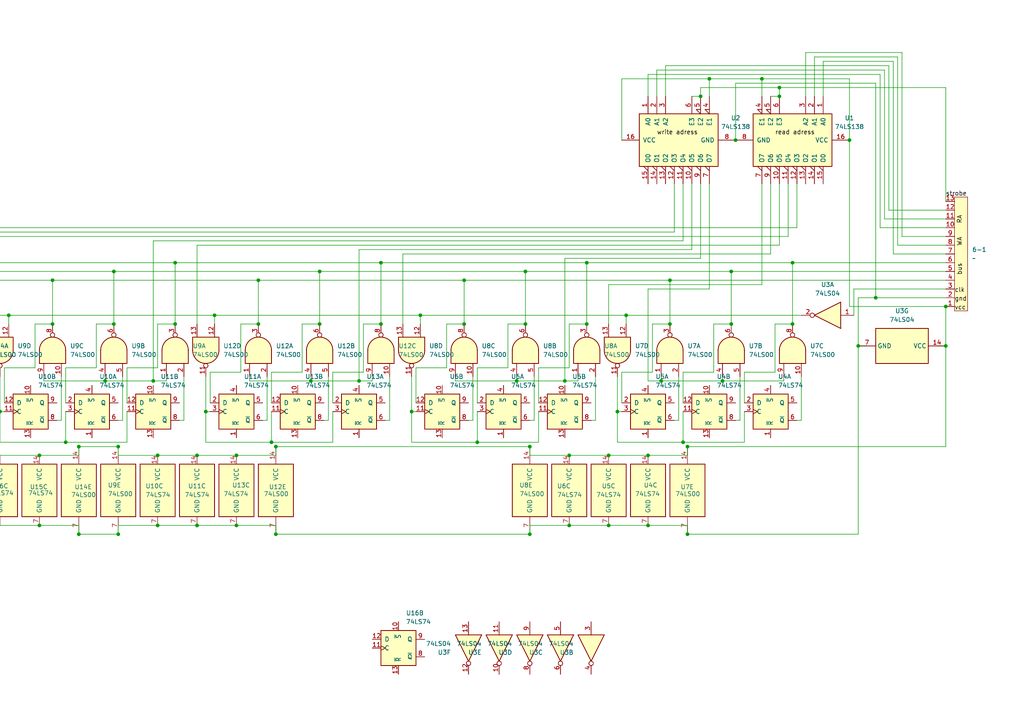
<source format=kicad_sch>
(kicad_sch (version 20250114) (generator "eeschema") (generator_version "9.0")
  (paper "A4")
  (lib_symbols
    (symbol "74xx:74LS00" (pin_names (offset 1.016))
      (property "Reference" "U" (at 0 1.27 0))
      (property "Value" "74LS00" (at 0 -1.27 0))
      (symbol "74LS00_1_1"
        (pin input line (at -7.62 2.54 0) (length 3.81) (name "~") (number "1"))
        (pin input line (at -7.62 -2.54 0) (length 3.81) (name "~") (number "2"))
        (pin output inverted (at 7.62 0 180) (length 3.81) (name "~") (number "3"))
      )
      (symbol "74LS00_1_2"
        (pin input inverted (at -7.62 2.54 0) (length 4.318) (name "~") (number "1"))
        (pin input inverted (at -7.62 -2.54 0) (length 4.318) (name "~") (number "2"))
        (pin output line (at 7.62 0 180) (length 3.81) (name "~") (number "3"))
      )
      (symbol "74LS00_2_1"
        (pin input line (at -7.62 2.54 0) (length 3.81) (name "~") (number "4"))
        (pin input line (at -7.62 -2.54 0) (length 3.81) (name "~") (number "5"))
        (pin output inverted (at 7.62 0 180) (length 3.81) (name "~") (number "6"))
      )
      (symbol "74LS00_2_2"
        (pin input inverted (at -7.62 2.54 0) (length 4.318) (name "~") (number "4"))
        (pin input inverted (at -7.62 -2.54 0) (length 4.318) (name "~") (number "5"))
        (pin output line (at 7.62 0 180) (length 3.81) (name "~") (number "6"))
      )
      (symbol "74LS00_3_1"
        (pin input line (at -7.62 2.54 0) (length 3.81) (name "~") (number "9"))
        (pin input line (at -7.62 -2.54 0) (length 3.81) (name "~") (number "10"))
        (pin output inverted (at 7.62 0 180) (length 3.81) (name "~") (number "8"))
      )
      (symbol "74LS00_3_2"
        (pin input inverted (at -7.62 2.54 0) (length 4.318) (name "~") (number "9"))
        (pin input inverted (at -7.62 -2.54 0) (length 4.318) (name "~") (number "10"))
        (pin output line (at 7.62 0 180) (length 3.81) (name "~") (number "8"))
      )
      (symbol "74LS00_4_1"
        (pin input line (at -7.62 2.54 0) (length 3.81) (name "~") (number "12"))
        (pin input line (at -7.62 -2.54 0) (length 3.81) (name "~") (number "13"))
        (pin output inverted (at 7.62 0 180) (length 3.81) (name "~") (number "11"))
      )
      (symbol "74LS00_4_2"
        (pin input inverted (at -7.62 2.54 0) (length 4.318) (name "~") (number "12"))
        (pin input inverted (at -7.62 -2.54 0) (length 4.318) (name "~") (number "13"))
        (pin output line (at 7.62 0 180) (length 3.81) (name "~") (number "11"))
      )
      (symbol "74LS00_5_0"
        (pin power_in line (at 0 12.7 270) (length 5.08) (name "VCC") (number "14"))
        (pin power_in line (at 0 -12.7 90) (length 5.08) (name "GND") (number "7"))
      )
    )
    (symbol "74xx:74LS04"
      (property "Reference" "U" (at 0 1.27 0))
      (property "Value" "74LS04" (at 0 -1.27 0))
      (symbol "74LS04_1_0"
        (pin input line (at -7.62 0 0) (length 3.81) (name "~") (number "1"))
        (pin output inverted (at 7.62 0 180) (length 3.81) (name "~") (number "2"))
      )
      (symbol "74LS04_2_0"
        (pin input line (at -7.62 0 0) (length 3.81) (name "~") (number "3"))
        (pin output inverted (at 7.62 0 180) (length 3.81) (name "~") (number "4"))
      )
      (symbol "74LS04_3_0"
        (pin input line (at -7.62 0 0) (length 3.81) (name "~") (number "5"))
        (pin output inverted (at 7.62 0 180) (length 3.81) (name "~") (number "6"))
      )
      (symbol "74LS04_4_0"
        (pin input line (at -7.62 0 0) (length 3.81) (name "~") (number "9"))
        (pin output inverted (at 7.62 0 180) (length 3.81) (name "~") (number "8"))
      )
      (symbol "74LS04_5_0"
        (pin input line (at -7.62 0 0) (length 3.81) (name "~") (number "11"))
        (pin output inverted (at 7.62 0 180) (length 3.81) (name "~") (number "10"))
      )
      (symbol "74LS04_6_0"
        (pin input line (at -7.62 0 0) (length 3.81) (name "~") (number "13"))
        (pin output inverted (at 7.62 0 180) (length 3.81) (name "~") (number "12"))
      )
      (symbol "74LS04_7_0"
        (pin power_in line (at 0 12.7 270) (length 5.08) (name "VCC") (number "14"))
        (pin power_in line (at 0 -12.7 90) (length 5.08) (name "GND") (number "7"))
      )
    )
    (symbol "74xx:74LS138" (pin_names (offset 1.016))
      (property "Reference" "U" (at -7.62 11.43 0))
      (property "Value" "74LS138" (at -7.62 -13.97 0))
      (symbol "74LS138_1_0"
        (pin input line (at -12.7 7.62 0) (length 5.08) (name "A0") (number "1"))
        (pin input line (at -12.7 5.08 0) (length 5.08) (name "A1") (number "2"))
        (pin input line (at -12.7 2.54 0) (length 5.08) (name "A2") (number "3"))
        (pin input line (at -12.7 -5.08 0) (length 5.08) (name "E3") (number "6"))
        (pin input input_low (at -12.7 -7.62 0) (length 5.08) (name "E2") (number "5"))
        (pin input input_low (at -12.7 -10.16 0) (length 5.08) (name "E1") (number "4"))
        (pin power_in line (at 0 15.24 270) (length 5.08) (name "VCC") (number "16"))
        (pin power_in line (at 0 -17.78 90) (length 5.08) (name "GND") (number "8"))
        (pin output output_low (at 12.7 7.62 180) (length 5.08) (name "O0") (number "15"))
        (pin output output_low (at 12.7 5.08 180) (length 5.08) (name "O1") (number "14"))
        (pin output output_low (at 12.7 2.54 180) (length 5.08) (name "O2") (number "13"))
        (pin output output_low (at 12.7 0 180) (length 5.08) (name "O3") (number "12"))
        (pin output output_low (at 12.7 -2.54 180) (length 5.08) (name "O4") (number "11"))
        (pin output output_low (at 12.7 -5.08 180) (length 5.08) (name "O5") (number "10"))
        (pin output output_low (at 12.7 -7.62 180) (length 5.08) (name "O6") (number "9"))
        (pin output output_low (at 12.7 -10.16 180) (length 5.08) (name "O7") (number "7"))
      )
    )
    (symbol "74xx:74LS74" (pin_names (offset 1.016))
      (property "Reference" "U" (at -7.62 8.89 0))
      (property "Value" "74LS74" (at -7.62 -8.89 0))
      (symbol "74LS74_1_0"
        (pin input line (at -7.62 2.54 0) (length 2.54) (name "D") (number "2"))
        (pin input clock (at -7.62 0 0) (length 2.54) (name "C") (number "3"))
        (pin input line (at 0 7.62 270) (length 2.54) (name "~{S}") (number "4"))
        (pin input line (at 0 -7.62 90) (length 2.54) (name "~{R}") (number "1"))
        (pin output line (at 7.62 2.54 180) (length 2.54) (name "Q") (number "5"))
        (pin output line (at 7.62 -2.54 180) (length 2.54) (name "~{Q}") (number "6"))
      )
      (symbol "74LS74_2_0"
        (pin input line (at -7.62 2.54 0) (length 2.54) (name "D") (number "12"))
        (pin input clock (at -7.62 0 0) (length 2.54) (name "C") (number "11"))
        (pin input line (at 0 7.62 270) (length 2.54) (name "~{S}") (number "10"))
        (pin input line (at 0 -7.62 90) (length 2.54) (name "~{R}") (number "13"))
        (pin output line (at 7.62 2.54 180) (length 2.54) (name "Q") (number "9"))
        (pin output line (at 7.62 -2.54 180) (length 2.54) (name "~{Q}") (number "8"))
      )
      (symbol "74LS74_3_0"
        (pin power_in line (at 0 10.16 270) (length 2.54) (name "VCC") (number "14"))
        (pin power_in line (at 0 -10.16 90) (length 2.54) (name "GND") (number "7"))
      )
    )
    (symbol "PotatoComputerV1:6-7Connector"
      (property "Reference" "6-7" (at 4.572 13.208 90))
      (symbol "6-7Connector_0_0"
        (pin unspecified line (at 0 25.4 0) (length 2.54) (name "") (number "11"))
        (pin unspecified line (at 0 22.86 0) (length 2.54) (name "") (number "10"))
        (pin unspecified line (at 0 20.32 0) (length 2.54) (name "") (number "9"))
        (pin unspecified line (at 0 17.78 0) (length 2.54) (name "") (number "8"))
        (pin unspecified line (at 0 15.24 0) (length 2.54) (name "") (number "7"))
        (pin unspecified line (at 0 12.7 0) (length 2.54) (name "") (number "6"))
        (pin unspecified line (at 0 10.16 0) (length 2.54) (name "") (number "5"))
        (pin unspecified line (at 0 7.62 0) (length 2.54) (name "") (number "4"))
        (pin unspecified line (at 0 5.08 0) (length 2.54) (name "") (number "3"))
        (pin unspecified line (at 0 2.54 0) (length 2.54) (name "") (number "2"))
      )
      (symbol "6-7Connector_1_0"
        (pin unspecified line (at 0 30.48 0) (length 2.54) (name "") (number "13"))
        (pin unspecified line (at 0 27.94 0) (length 2.54) (name "") (number "12"))
        (pin unspecified line (at 0 0 0) (length 2.54) (name "") (number "1"))
      )
    )
  )
  (junction (at 92.71 78.74))
  (junction (at 110.49 93.98))
  (junction (at 74.93 81.28))
  (junction (at 110.49 76.2))
  (junction (at 92.71 93.98))
  (junction (at 90.17 110.49))
  (junction (at 119.38 119.38))
  (junction (at 194.31 93.98))
  (junction (at 15.24 81.28))
  (junction (at 45.72 132.08))
  (junction (at 274.32 100.33))
  (junction (at 212.09 78.74))
  (junction (at 226.06 27.94))
  (junction (at 194.31 81.28))
  (junction (at 33.02 78.74))
  (junction (at 50.8 76.2))
  (junction (at 0 119.38))
  (junction (at 34.29 129.54))
  (junction (at 30.48 110.49))
  (junction (at 229.87 93.98))
  (junction (at 22.86 129.54))
  (junction (at 34.29 154.94))
  (junction (at 152.4 78.74))
  (junction (at 57.15 132.08))
  (junction (at -44.45 93.98))
  (junction (at 226.06 25.4))
  (junction (at 191.77 110.49))
  (junction (at 187.96 132.08))
  (junction (at 176.53 132.08))
  (junction (at 212.09 93.98))
  (junction (at 11.43 152.4))
  (junction (at -8.89 93.98))
  (junction (at 57.15 152.4))
  (junction (at 199.39 154.94))
  (junction (at 78.74 128.27))
  (junction (at 246.38 40.64))
  (junction (at 179.07 119.38))
  (junction (at 45.72 152.4))
  (junction (at 153.67 154.94))
  (junction (at 165.1 152.4))
  (junction (at -40.64 128.27))
  (junction (at 153.67 129.54))
  (junction (at 33.02 93.98))
  (junction (at 170.18 93.98))
  (junction (at -15.24 110.49))
  (junction (at 59.69 119.38))
  (junction (at 229.87 76.2))
  (junction (at 213.36 40.64))
  (junction (at 68.58 152.4))
  (junction (at 163.83 110.49))
  (junction (at 121.92 91.44))
  (junction (at 149.86 110.49))
  (junction (at 176.53 152.4))
  (junction (at 203.2 27.94))
  (junction (at 187.96 152.4))
  (junction (at 134.62 81.28))
  (junction (at 198.12 128.27))
  (junction (at 104.14 110.49))
  (junction (at 44.45 110.49))
  (junction (at 15.24 93.98))
  (junction (at 19.05 128.27))
  (junction (at 134.62 93.98))
  (junction (at 62.23 91.44))
  (junction (at 209.55 110.49))
  (junction (at 220.98 22.86))
  (junction (at -26.67 93.98))
  (junction (at 152.4 93.98))
  (junction (at 248.92 100.33))
  (junction (at 170.18 76.2))
  (junction (at 181.61 91.44))
  (junction (at 165.1 132.08))
  (junction (at 22.86 154.94))
  (junction (at 68.58 132.08))
  (junction (at 2.54 91.44))
  (junction (at -29.21 110.49))
  (junction (at -59.69 119.38))
  (junction (at 199.39 129.54))
  (junction (at 50.8 93.98))
  (junction (at 11.43 132.08))
  (junction (at 254 86.36))
  (junction (at 74.93 93.98))
  (junction (at 274.32 88.9))
  (junction (at 205.74 22.86))
  (junction (at 80.01 129.54))
  (junction (at 138.43 128.27))
  (junction (at 80.01 154.94))
  (wire (pts (xy 116.84 93.98) (xy 116.84 73.66)))
  (wire (pts (xy 0 132.08) (xy 11.43 132.08)))
  (wire (pts (xy 199.39 152.4) (xy 187.96 152.4)))
  (wire (pts (xy 194.31 81.28) (xy 134.62 81.28)))
  (wire (pts (xy 274.32 68.58) (xy 261.62 68.58)))
  (wire (pts (xy 17.78 121.92) (xy 17.78 109.22)))
  (wire (pts (xy 45.72 152.4) (xy 34.29 152.4)))
  (wire (pts (xy 96.52 119.38) (xy 96.52 128.27)))
  (wire (pts (xy 274.32 100.33) (xy 274.32 129.54)))
  (wire (pts (xy 165.1 132.08) (xy 153.67 132.08)))
  (wire (pts (xy 274.32 88.9) (xy 274.32 100.33)))
  (wire (pts (xy 10.16 93.98) (xy 15.24 93.98)))
  (wire (pts (xy 129.54 93.98) (xy 134.62 93.98)))
  (wire (pts (xy 215.9 107.95) (xy 215.9 116.84)))
  (wire (pts (xy 110.49 76.2) (xy 110.49 93.98)))
  (wire (pts (xy 231.14 121.92) (xy 232.41 121.92)))
  (wire (pts (xy 274.32 86.36) (xy 254 86.36)))
  (wire (pts (xy 152.4 78.74) (xy 152.4 93.98)))
  (wire (pts (xy 2.54 91.44) (xy -57.15 91.44)))
  (wire (pts (xy 2.54 91.44) (xy 2.54 93.98)))
  (wire (pts (xy 134.62 81.28) (xy 134.62 93.98)))
  (wire (pts (xy 195.58 121.92) (xy 196.85 121.92)))
  (wire (pts (xy -41.91 109.22) (xy -41.91 121.92)))
  (wire (pts (xy 22.86 129.54) (xy 34.29 129.54)))
  (wire (pts (xy 72.39 109.22) (xy 72.39 110.49)))
  (wire (pts (xy -2.54 68.58) (xy -2.54 93.98)))
  (wire (pts (xy 22.86 152.4) (xy 11.43 152.4)))
  (wire (pts (xy 180.34 22.86) (xy 205.74 22.86)))
  (wire (pts (xy 59.69 109.22) (xy 59.69 119.38)))
  (wire (pts (xy 165.1 132.08) (xy 176.53 132.08)))
  (wire (pts (xy 129.54 106.68) (xy 129.54 93.98)))
  (wire (pts (xy 171.45 121.92) (xy 172.72 121.92)))
  (wire (pts (xy 176.53 132.08) (xy 187.96 132.08)))
  (wire (pts (xy 1.27 106.68) (xy 10.16 106.68)))
  (wire (pts (xy 0 119.38) (xy 0 128.27)))
  (wire (pts (xy 77.47 121.92) (xy 77.47 109.22)))
  (wire (pts (xy 191.77 110.49) (xy 209.55 110.49)))
  (wire (pts (xy 78.74 128.27) (xy 78.74 119.38)))
  (wire (pts (xy 165.1 93.98) (xy 170.18 93.98)))
  (wire (pts (xy 170.18 76.2) (xy 229.87 76.2)))
  (wire (pts (xy 50.8 76.2) (xy 50.8 93.98)))
  (wire (pts (xy 232.41 121.92) (xy 232.41 109.22)))
  (wire (pts (xy 247.65 83.82) (xy 247.65 91.44)))
  (wire (pts (xy 154.94 121.92) (xy 154.94 109.22)))
  (wire (pts (xy 261.62 68.58) (xy 261.62 15.24)))
  (wire (pts (xy 0 109.22) (xy 0 119.38)))
  (wire (pts (xy 33.02 78.74) (xy 33.02 93.98)))
  (wire (pts (xy 176.53 93.98) (xy 176.53 82.55)))
  (wire (pts (xy 34.29 121.92) (xy 35.56 121.92)))
  (wire (pts (xy 111.76 121.92) (xy 113.03 121.92)))
  (wire (pts (xy 149.86 110.49) (xy 163.83 110.49)))
  (wire (pts (xy 59.69 128.27) (xy 78.74 128.27)))
  (wire (pts (xy 274.32 60.96) (xy 257.81 60.96)))
  (wire (pts (xy 220.98 22.86) (xy 246.38 22.86)))
  (wire (pts (xy 0 119.38) (xy 1.27 119.38)))
  (wire (pts (xy -62.23 66.04) (xy -62.23 93.98)))
  (wire (pts (xy 34.29 132.08) (xy 34.29 129.54)))
  (wire (pts (xy 132.08 110.49) (xy 149.86 110.49)))
  (wire (pts (xy 213.36 24.13) (xy 213.36 40.64)))
  (wire (pts (xy 199.39 129.54) (xy 199.39 132.08)))
  (wire (pts (xy 199.39 132.08) (xy 187.96 132.08)))
  (wire (pts (xy 147.32 106.68) (xy 147.32 93.98)))
  (wire (pts (xy 274.32 25.4) (xy 226.06 25.4)))
  (wire (pts (xy 22.86 129.54) (xy 22.86 132.08)))
  (wire (pts (xy 212.09 78.74) (xy 152.4 78.74)))
  (wire (pts (xy 207.01 107.95) (xy 207.01 93.98)))
  (wire (pts (xy 274.32 71.12) (xy 260.35 71.12)))
  (wire (pts (xy -40.64 128.27) (xy -22.86 128.27)))
  (wire (pts (xy 200.66 53.34) (xy 200.66 72.39)))
  (wire (pts (xy -29.21 109.22) (xy -29.21 110.49)))
  (wire (pts (xy 187.96 83.82) (xy 205.74 83.82)))
  (wire (pts (xy 134.62 81.28) (xy 74.93 81.28)))
  (wire (pts (xy 69.85 107.95) (xy 69.85 93.98)))
  (wire (pts (xy 198.12 128.27) (xy 198.12 119.38)))
  (wire (pts (xy 179.07 119.38) (xy 179.07 128.27)))
  (wire (pts (xy -58.42 116.84) (xy -58.42 106.68)))
  (wire (pts (xy 179.07 128.27) (xy 198.12 128.27)))
  (wire (pts (xy 132.08 109.22) (xy 132.08 110.49)))
  (wire (pts (xy 198.12 107.95) (xy 207.01 107.95)))
  (wire (pts (xy 223.52 27.94) (xy 226.06 27.94)))
  (wire (pts (xy 176.53 152.4) (xy 187.96 152.4)))
  (wire (pts (xy 193.04 19.05) (xy 193.04 27.94)))
  (wire (pts (xy 22.86 154.94) (xy 34.29 154.94)))
  (wire (pts (xy 45.72 93.98) (xy 50.8 93.98)))
  (wire (pts (xy 195.58 67.31) (xy -15.24 67.31)))
  (wire (pts (xy 274.32 58.42) (xy 274.32 25.4)))
  (wire (pts (xy 163.83 110.49) (xy 167.64 110.49)))
  (wire (pts (xy 196.85 121.92) (xy 196.85 109.22)))
  (wire (pts (xy 119.38 109.22) (xy 119.38 119.38)))
  (wire (pts (xy 57.15 132.08) (xy 68.58 132.08)))
  (wire (pts (xy 179.07 119.38) (xy 180.34 119.38)))
  (wire (pts (xy 30.48 110.49) (xy 44.45 110.49)))
  (wire (pts (xy 27.94 106.68) (xy 27.94 93.98)))
  (wire (pts (xy -13.97 106.68) (xy -13.97 93.98)))
  (wire (pts (xy 149.86 109.22) (xy 149.86 110.49)))
  (wire (pts (xy 12.7 110.49) (xy 30.48 110.49)))
  (wire (pts (xy 187.96 83.82) (xy 187.96 110.49)))
  (wire (pts (xy 10.16 106.68) (xy 10.16 93.98)))
  (wire (pts (xy 60.96 107.95) (xy 69.85 107.95)))
  (wire (pts (xy -49.53 93.98) (xy -44.45 93.98)))
  (wire (pts (xy 147.32 93.98) (xy 152.4 93.98)))
  (wire (pts (xy 96.52 107.95) (xy 96.52 116.84)))
  (wire (pts (xy 153.67 152.4) (xy 153.67 154.94)))
  (wire (pts (xy -11.43 109.22) (xy -11.43 110.49)))
  (wire (pts (xy -46.99 109.22) (xy -46.99 110.49)))
  (wire (pts (xy 0 128.27) (xy 19.05 128.27)))
  (wire (pts (xy 215.9 119.38) (xy 215.9 128.27)))
  (wire (pts (xy 224.79 107.95) (xy 224.79 93.98)))
  (wire (pts (xy 48.26 110.49) (xy 48.26 109.22)))
  (wire (pts (xy 104.14 110.49) (xy 107.95 110.49)))
  (wire (pts (xy 191.77 109.22) (xy 191.77 110.49)))
  (wire (pts (xy -7.62 121.92) (xy -6.35 121.92)))
  (wire (pts (xy 153.67 121.92) (xy 154.94 121.92)))
  (wire (pts (xy 45.72 132.08) (xy 57.15 132.08)))
  (wire (pts (xy 274.32 63.5) (xy 256.54 63.5)))
  (wire (pts (xy 229.87 76.2) (xy 229.87 93.98)))
  (wire (pts (xy 22.86 154.94) (xy 22.86 152.4)))
  (wire (pts (xy 248.92 100.33) (xy 248.92 86.36)))
  (wire (pts (xy -59.69 119.38) (xy -58.42 119.38)))
  (wire (pts (xy 246.38 22.86) (xy 246.38 40.64)))
  (wire (pts (xy 251.46 100.33) (xy 248.92 100.33)))
  (wire (pts (xy -29.21 110.49) (xy -15.24 110.49)))
  (wire (pts (xy 78.74 107.95) (xy 87.63 107.95)))
  (wire (pts (xy -40.64 106.68) (xy -31.75 106.68)))
  (wire (pts (xy 180.34 107.95) (xy 180.34 116.84)))
  (wire (pts (xy -22.86 116.84) (xy -22.86 106.68)))
  (wire (pts (xy 198.12 128.27) (xy 215.9 128.27)))
  (wire (pts (xy 104.14 72.39) (xy 104.14 110.49)))
  (wire (pts (xy -44.45 81.28) (xy -44.45 93.98)))
  (wire (pts (xy 120.65 116.84) (xy 120.65 106.68)))
  (wire (pts (xy 137.16 121.92) (xy 137.16 109.22)))
  (wire (pts (xy 69.85 93.98) (xy 74.93 93.98)))
  (wire (pts (xy 138.43 119.38) (xy 138.43 128.27)))
  (wire (pts (xy 45.72 106.68) (xy 45.72 93.98)))
  (wire (pts (xy 93.98 121.92) (xy 95.25 121.92)))
  (wire (pts (xy 172.72 121.92) (xy 172.72 109.22)))
  (wire (pts (xy 212.09 93.98) (xy 212.09 78.74)))
  (wire (pts (xy 121.92 91.44) (xy 62.23 91.44)))
  (wire (pts (xy -22.86 106.68) (xy -13.97 106.68)))
  (wire (pts (xy 260.35 16.51) (xy 236.22 16.51)))
  (wire (pts (xy 200.66 72.39) (xy 104.14 72.39)))
  (wire (pts (xy 200.66 27.94) (xy 203.2 27.94)))
  (wire (pts (xy 135.89 121.92) (xy 137.16 121.92)))
  (wire (pts (xy 121.92 93.98) (xy 121.92 91.44)))
  (wire (pts (xy 52.07 121.92) (xy 53.34 121.92)))
  (wire (pts (xy 180.34 40.64) (xy 180.34 22.86)))
  (wire (pts (xy 12.7 109.22) (xy 12.7 110.49)))
  (wire (pts (xy 181.61 91.44) (xy 232.41 91.44)))
  (wire (pts (xy 0 152.4) (xy 11.43 152.4)))
  (wire (pts (xy 59.69 119.38) (xy 59.69 128.27)))
  (wire (pts (xy -40.64 116.84) (xy -40.64 106.68)))
  (wire (pts (xy 231.14 53.34) (xy 231.14 66.04)))
  (wire (pts (xy 194.31 81.28) (xy 274.32 81.28)))
  (wire (pts (xy -49.53 106.68) (xy -49.53 93.98)))
  (wire (pts (xy 57.15 152.4) (xy 68.58 152.4)))
  (wire (pts (xy 228.6 68.58) (xy -2.54 68.58)))
  (wire (pts (xy -8.89 76.2) (xy -8.89 93.98)))
  (wire (pts (xy 53.34 121.92) (xy 53.34 109.22)))
  (wire (pts (xy 105.41 93.98) (xy 110.49 93.98)))
  (wire (pts (xy 248.92 100.33) (xy 248.92 154.94)))
  (wire (pts (xy 248.92 154.94) (xy 199.39 154.94)))
  (wire (pts (xy 36.83 128.27) (xy 36.83 119.38)))
  (wire (pts (xy 116.84 73.66) (xy 223.52 73.66)))
  (wire (pts (xy 189.23 93.98) (xy 194.31 93.98)))
  (wire (pts (xy 50.8 76.2) (xy -8.89 76.2)))
  (wire (pts (xy 205.74 22.86) (xy 205.74 27.94)))
  (wire (pts (xy 165.1 152.4) (xy 176.53 152.4)))
  (wire (pts (xy 19.05 119.38) (xy 19.05 128.27)))
  (wire (pts (xy 96.52 107.95) (xy 105.41 107.95)))
  (wire (pts (xy 165.1 152.4) (xy 153.67 152.4)))
  (wire (pts (xy -22.86 128.27) (xy -22.86 119.38)))
  (wire (pts (xy 254 86.36) (xy 254 24.13)))
  (wire (pts (xy 15.24 81.28) (xy 15.24 93.98)))
  (wire (pts (xy 22.86 132.08) (xy 11.43 132.08)))
  (wire (pts (xy 274.32 73.66) (xy 259.08 73.66)))
  (wire (pts (xy 257.81 19.05) (xy 193.04 19.05)))
  (wire (pts (xy 187.96 21.59) (xy 187.96 27.94)))
  (wire (pts (xy 189.23 107.95) (xy 189.23 93.98)))
  (wire (pts (xy 199.39 154.94) (xy 199.39 152.4)))
  (wire (pts (xy 228.6 53.34) (xy 228.6 68.58)))
  (wire (pts (xy 256.54 20.32) (xy 190.5 20.32)))
  (wire (pts (xy 207.01 93.98) (xy 212.09 93.98)))
  (wire (pts (xy -40.64 119.38) (xy -40.64 128.27)))
  (wire (pts (xy 198.12 53.34) (xy 198.12 69.85)))
  (wire (pts (xy 35.56 121.92) (xy 35.56 109.22)))
  (wire (pts (xy 76.2 121.92) (xy 77.47 121.92)))
  (wire (pts (xy 16.51 121.92) (xy 17.78 121.92)))
  (wire (pts (xy 248.92 86.36) (xy 254 86.36)))
  (wire (pts (xy 224.79 93.98) (xy 229.87 93.98)))
  (wire (pts (xy 181.61 93.98) (xy 181.61 91.44)))
  (wire (pts (xy 105.41 107.95) (xy 105.41 93.98)))
  (wire (pts (xy 226.06 25.4) (xy 203.2 25.4)))
  (wire (pts (xy 121.92 91.44) (xy 181.61 91.44)))
  (wire (pts (xy 15.24 81.28) (xy -44.45 81.28)))
  (wire (pts (xy 180.34 107.95) (xy 189.23 107.95)))
  (wire (pts (xy 152.4 78.74) (xy 92.71 78.74)))
  (wire (pts (xy 236.22 16.51) (xy 236.22 27.94)))
  (wire (pts (xy -26.67 78.74) (xy -26.67 93.98)))
  (wire (pts (xy 74.93 81.28) (xy 15.24 81.28)))
  (wire (pts (xy 138.43 128.27) (xy 156.21 128.27)))
  (wire (pts (xy 255.27 21.59) (xy 187.96 21.59)))
  (wire (pts (xy 119.38 119.38) (xy 119.38 128.27)))
  (wire (pts (xy 107.95 110.49) (xy 107.95 109.22)))
  (wire (pts (xy 187.96 110.49) (xy 191.77 110.49)))
  (wire (pts (xy 95.25 109.22) (xy 95.25 121.92)))
  (wire (pts (xy 30.48 109.22) (xy 30.48 110.49)))
  (wire (pts (xy 205.74 53.34) (xy 205.74 83.82)))
  (wire (pts (xy -13.97 93.98) (xy -8.89 93.98)))
  (wire (pts (xy -31.75 106.68) (xy -31.75 93.98)))
  (wire (pts (xy 120.65 106.68) (xy 129.54 106.68)))
  (wire (pts (xy 260.35 71.12) (xy 260.35 16.51)))
  (wire (pts (xy 226.06 71.12) (xy 57.15 71.12)))
  (wire (pts (xy 226.06 25.4) (xy 226.06 27.94)))
  (wire (pts (xy 62.23 91.44) (xy 2.54 91.44)))
  (wire (pts (xy 246.38 40.64) (xy 246.38 88.9)))
  (wire (pts (xy 44.45 69.85) (xy 44.45 110.49)))
  (wire (pts (xy 274.32 129.54) (xy 199.39 129.54)))
  (wire (pts (xy 163.83 74.93) (xy 163.83 110.49)))
  (wire (pts (xy -25.4 121.92) (xy -24.13 121.92)))
  (wire (pts (xy 36.83 106.68) (xy 45.72 106.68)))
  (wire (pts (xy 198.12 116.84) (xy 198.12 107.95)))
  (wire (pts (xy 203.2 25.4) (xy 203.2 27.94)))
  (wire (pts (xy 203.2 53.34) (xy 203.2 74.93)))
  (wire (pts (xy 80.01 132.08) (xy 68.58 132.08)))
  (wire (pts (xy 259.08 73.66) (xy 259.08 17.78)))
  (wire (pts (xy 33.02 78.74) (xy -26.67 78.74)))
  (wire (pts (xy 45.72 132.08) (xy 34.29 132.08)))
  (wire (pts (xy 119.38 119.38) (xy 120.65 119.38)))
  (wire (pts (xy 254 24.13) (xy 213.36 24.13)))
  (wire (pts (xy 257.81 60.96) (xy 257.81 19.05)))
  (wire (pts (xy 231.14 66.04) (xy -62.23 66.04)))
  (wire (pts (xy 1.27 116.84) (xy 1.27 106.68)))
  (wire (pts (xy 78.74 128.27) (xy 96.52 128.27)))
  (wire (pts (xy 176.53 82.55) (xy 220.98 82.55)))
  (wire (pts (xy 227.33 110.49) (xy 227.33 109.22)))
  (wire (pts (xy 80.01 129.54) (xy 153.67 129.54)))
  (wire (pts (xy 274.32 88.9) (xy 246.38 88.9)))
  (wire (pts (xy 59.69 119.38) (xy 60.96 119.38)))
  (wire (pts (xy 170.18 76.2) (xy 110.49 76.2)))
  (wire (pts (xy 153.67 132.08) (xy 153.67 129.54)))
  (wire (pts (xy 92.71 78.74) (xy 92.71 93.98)))
  (wire (pts (xy 209.55 110.49) (xy 227.33 110.49)))
  (wire (pts (xy 170.18 93.98) (xy 170.18 76.2)))
  (wire (pts (xy 80.01 129.54) (xy 80.01 132.08)))
  (wire (pts (xy -59.69 109.22) (xy -59.69 119.38)))
  (wire (pts (xy 198.12 69.85) (xy 44.45 69.85)))
  (wire (pts (xy 261.62 15.24) (xy 233.68 15.24)))
  (wire (pts (xy 72.39 110.49) (xy 90.17 110.49)))
  (wire (pts (xy 62.23 91.44) (xy 62.23 93.98)))
  (wire (pts (xy -15.24 67.31) (xy -15.24 110.49)))
  (wire (pts (xy -57.15 91.44) (xy -57.15 93.98)))
  (wire (pts (xy -15.24 110.49) (xy -11.43 110.49)))
  (wire (pts (xy -43.18 121.92) (xy -41.91 121.92)))
  (wire (pts (xy 194.31 93.98) (xy 194.31 81.28)))
  (wire (pts (xy 19.05 128.27) (xy 36.83 128.27)))
  (wire (pts (xy 78.74 116.84) (xy 78.74 107.95)))
  (wire (pts (xy 255.27 66.04) (xy 255.27 21.59)))
  (wire (pts (xy 214.63 109.22) (xy 214.63 121.92)))
  (wire (pts (xy 80.01 152.4) (xy 68.58 152.4)))
  (wire (pts (xy -59.69 119.38) (xy -59.69 128.27)))
  (wire (pts (xy 34.29 152.4) (xy 34.29 154.94)))
  (wire (pts (xy 80.01 154.94) (xy 80.01 152.4)))
  (wire (pts (xy 87.63 93.98) (xy 92.71 93.98)))
  (wire (pts (xy 167.64 110.49) (xy 167.64 109.22)))
  (wire (pts (xy 203.2 74.93) (xy 163.83 74.93)))
  (wire (pts (xy -24.13 121.92) (xy -24.13 109.22)))
  (wire (pts (xy 138.43 106.68) (xy 147.32 106.68)))
  (wire (pts (xy -59.69 128.27) (xy -40.64 128.27)))
  (wire (pts (xy 274.32 66.04) (xy 255.27 66.04)))
  (wire (pts (xy 165.1 106.68) (xy 165.1 93.98)))
  (wire (pts (xy 44.45 110.49) (xy 48.26 110.49)))
  (wire (pts (xy 119.38 128.27) (xy 138.43 128.27)))
  (wire (pts (xy 259.08 17.78) (xy 238.76 17.78)))
  (wire (pts (xy 274.32 100.33) (xy 271.78 100.33)))
  (wire (pts (xy 209.55 109.22) (xy 209.55 110.49)))
  (wire (pts (xy 110.49 76.2) (xy 50.8 76.2)))
  (wire (pts (xy 156.21 106.68) (xy 165.1 106.68)))
  (wire (pts (xy 57.15 71.12) (xy 57.15 93.98)))
  (wire (pts (xy 179.07 109.22) (xy 179.07 119.38)))
  (wire (pts (xy 19.05 116.84) (xy 19.05 106.68)))
  (wire (pts (xy 190.5 20.32) (xy 190.5 27.94)))
  (wire (pts (xy 226.06 53.34) (xy 226.06 71.12)))
  (wire (pts (xy 74.93 81.28) (xy 74.93 93.98)))
  (wire (pts (xy 19.05 106.68) (xy 27.94 106.68)))
  (wire (pts (xy 138.43 116.84) (xy 138.43 106.68)))
  (wire (pts (xy 220.98 22.86) (xy 220.98 27.94)))
  (wire (pts (xy 87.63 107.95) (xy 87.63 93.98)))
  (wire (pts (xy 90.17 110.49) (xy 104.14 110.49)))
  (wire (pts (xy 90.17 109.22) (xy 90.17 110.49)))
  (wire (pts (xy 113.03 121.92) (xy 113.03 109.22)))
  (wire (pts (xy 220.98 82.55) (xy 220.98 53.34)))
  (wire (pts (xy 80.01 154.94) (xy 153.67 154.94)))
  (wire (pts (xy 233.68 15.24) (xy 233.68 27.94)))
  (wire (pts (xy 45.72 152.4) (xy 57.15 152.4)))
  (wire (pts (xy -58.42 106.68) (xy -49.53 106.68)))
  (wire (pts (xy -6.35 121.92) (xy -6.35 109.22)))
  (wire (pts (xy 156.21 116.84) (xy 156.21 106.68)))
  (wire (pts (xy 205.74 22.86) (xy 220.98 22.86)))
  (wire (pts (xy 223.52 73.66) (xy 223.52 53.34)))
  (wire (pts (xy 256.54 63.5) (xy 256.54 20.32)))
  (wire (pts (xy 195.58 53.34) (xy 195.58 67.31)))
  (wire (pts (xy 92.71 78.74) (xy 33.02 78.74)))
  (wire (pts (xy 274.32 83.82) (xy 247.65 83.82)))
  (wire (pts (xy 27.94 93.98) (xy 33.02 93.98)))
  (wire (pts (xy 156.21 128.27) (xy 156.21 119.38)))
  (wire (pts (xy -31.75 93.98) (xy -26.67 93.98)))
  (wire (pts (xy 60.96 107.95) (xy 60.96 116.84)))
  (wire (pts (xy 36.83 116.84) (xy 36.83 106.68)))
  (wire (pts (xy -46.99 110.49) (xy -29.21 110.49)))
  (wire (pts (xy 212.09 78.74) (xy 274.32 78.74)))
  (wire (pts (xy 213.36 121.92) (xy 214.63 121.92)))
  (wire (pts (xy 215.9 107.95) (xy 224.79 107.95)))
  (wire (pts (xy 229.87 76.2) (xy 274.32 76.2)))
  (wire (pts (xy 238.76 17.78) (xy 238.76 27.94)))
  (label "bus" (at 279.4 76.2 270))
  (label "write adress" (at 190.5 39.37 0))
  (label "clk" (at 276.86 85.09 0))
  (label "strobe" (at 274.32 57.15 0))
  (label "read adress" (at 224.79 39.37 0))
  (label "vcc" (at 276.86 90.17 0))
  (label "RA" (at 279.4 62.23 270))
  (label "gnd" (at 276.86 87.63 0))
  (label "WA" (at 279.4 68.58 270))
  (symbol (lib_id "74xx:74LS00") (at 34.29 142.24 0) (unit 5)
    (property "Reference" "U9" (at 31.242 140.716 0) (effects (justify left)))
    (property "Value" "74LS00" (at 31.242 143.256 0) (effects (justify left)))
    (property "Footprint" "Package_DIP:DIP-14_W7.62mm" (effects (hide yes)))
    (property "Datasheet" "http://www.ti.com/lit/gpn/sn74ls00" (effects (hide yes)))
    (property "Description" "quad 2-input NAND gate" (effects (hide yes)))
  )
  (symbol (lib_id "74xx:74LS00") (at 110.49 101.6 90) (unit 3)
    (property "Reference" "U12" (at 115.57 100.3382 90) (effects (justify right)))
    (property "Value" "74LS00" (at 115.57 102.8782 90) (effects (justify right)))
    (property "Footprint" "Package_DIP:DIP-14_W7.62mm" (effects (hide yes)))
    (property "Datasheet" "http://www.ti.com/lit/gpn/sn74ls00" (effects (hide yes)))
    (property "Description" "quad 2-input NAND gate" (effects (hide yes)))
  )
  (symbol (lib_id "74xx:74LS00") (at 179.07 101.6 270) (unit 4)
    (property "Reference" "U7" (at 184.15 100.3216 90) (effects (justify left)))
    (property "Value" "74LS00" (at 184.15 102.8616 90) (effects (justify left)))
    (property "Footprint" "Package_DIP:DIP-14_W7.62mm" (effects (hide yes)))
    (property "Datasheet" "http://www.ti.com/lit/gpn/sn74ls00" (effects (hide yes)))
    (property "Description" "quad 2-input NAND gate" (effects (hide yes)))
  )
  (symbol (lib_id "74xx:74LS00") (at 59.69 101.6 270) (unit 4)
    (property "Reference" "U12" (at 64.77 100.3216 90) (effects (justify left)))
    (property "Value" "74LS00" (at 64.77 102.8616 90) (effects (justify left)))
    (property "Footprint" "Package_DIP:DIP-14_W7.62mm" (effects (hide yes)))
    (property "Datasheet" "http://www.ti.com/lit/gpn/sn74ls00" (effects (hide yes)))
    (property "Description" "quad 2-input NAND gate" (effects (hide yes)))
  )
  (symbol (lib_id "74xx:74LS74") (at 205.74 119.38 0) (unit 2)
    (property "Reference" "U4" (at 207.8833 109.22 0) (effects (justify left)))
    (property "Value" "74LS74" (at 207.8833 111.76 0) (effects (justify left)))
    (property "Footprint" "Package_DIP:DIP-14_W7.62mm" (effects (hide yes)))
    (property "Datasheet" "74xx/74hc_hct74.pdf" (effects (hide yes)))
    (property "Description" "Dual D Flip-flop, Set & Reset" (effects (hide yes)))
  )
  (symbol (lib_id "74xx:74LS74") (at 68.58 119.38 0) (unit 1)
    (property "Reference" "U11" (at 70.7233 109.22 0) (effects (justify left)))
    (property "Value" "74LS74" (at 70.7233 111.76 0) (effects (justify left)))
    (property "Footprint" "Package_DIP:DIP-14_W7.62mm" (effects (hide yes)))
    (property "Datasheet" "74xx/74hc_hct74.pdf" (effects (hide yes)))
    (property "Description" "Dual D Flip-flop, Set & Reset" (effects (hide yes)))
  )
  (symbol (lib_id "74xx:74LS74") (at 8.89 119.38 0) (unit 2)
    (property "Reference" "U10" (at 11.0333 109.22 0) (effects (justify left)))
    (property "Value" "74LS74" (at 11.0333 111.76 0) (effects (justify left)))
    (property "Footprint" "Package_DIP:DIP-14_W7.62mm" (effects (hide yes)))
    (property "Datasheet" "74xx/74hc_hct74.pdf" (effects (hide yes)))
    (property "Description" "Dual D Flip-flop, Set & Reset" (effects (hide yes)))
  )
  (symbol (lib_id "74xx:74LS74") (at 128.27 119.38 0) (unit 2)
    (property "Reference" "U6" (at 130.4133 109.22 0) (effects (justify left)))
    (property "Value" "74LS74" (at 130.4133 111.76 0) (effects (justify left)))
    (property "Footprint" "Package_DIP:DIP-14_W7.62mm" (effects (hide yes)))
    (property "Datasheet" "74xx/74hc_hct74.pdf" (effects (hide yes)))
    (property "Description" "Dual D Flip-flop, Set & Reset" (effects (hide yes)))
  )
  (symbol (lib_id "74xx:74LS04") (at 261.62 100.33 270) (unit 7)
    (property "Reference" "U3" (at 261.62 90.17 90))
    (property "Value" "74LS04" (at 261.62 92.71 90))
    (property "Footprint" "Package_DIP:DIP-14_W7.62mm" (effects (hide yes)))
    (property "Datasheet" "http://www.ti.com/lit/gpn/sn74LS04" (effects (hide yes)))
    (property "Description" "Hex Inverter" (effects (hide yes)))
  )
  (symbol (lib_id "74xx:74LS00") (at 194.31 101.6 90) (unit 1)
    (property "Reference" "U7" (at 199.39 100.3382 90) (effects (justify right)))
    (property "Value" "74LS00" (at 199.39 102.8782 90) (effects (justify right)))
    (property "Footprint" "Package_DIP:DIP-14_W7.62mm" (effects (hide yes)))
    (property "Datasheet" "http://www.ti.com/lit/gpn/sn74ls00" (effects (hide yes)))
    (property "Description" "quad 2-input NAND gate" (effects (hide yes)))
  )
  (symbol (lib_id "74xx:74LS138") (at 231.14 40.64 270) (unit 1)
    (property "Reference" "U1" (at 246.38 34.2198 90))
    (property "Value" "74LS138" (at 246.38 36.7598 90))
    (property "Footprint" "Package_DIP:DIP-16_W7.62mm" (effects (hide yes)))
    (property "Datasheet" "http://www.ti.com/lit/gpn/sn74LS138" (effects (hide yes)))
    (property "Description" "Decoder 3 to 8 active low outputs" (effects (hide yes)))
  )
  (symbol (lib_id "74xx:74LS00") (at -26.67 101.6 90) (unit 2)
    (property "Reference" "U14" (at -20.32 100.3382 90) (effects (justify right)))
    (property "Value" "74LS00" (at -20.32 102.8782 90) (effects (justify right)))
    (property "Footprint" "Package_DIP:DIP-14_W7.62mm" (effects (hide yes)))
    (property "Datasheet" "http://www.ti.com/lit/gpn/sn74ls00" (effects (hide yes)))
    (property "Description" "quad 2-input NAND gate" (effects (hide yes)))
  )
  (symbol (lib_id "74xx:74LS04") (at 153.67 187.96 270) (unit 4)
    (property "Reference" "U3" (at 148.59 189.2301 90) (effects (justify right)))
    (property "Value" "74LS04" (at 148.59 186.6901 90) (effects (justify right)))
    (property "Footprint" "Package_DIP:DIP-14_W7.62mm" (effects (hide yes)))
    (property "Datasheet" "http://www.ti.com/lit/gpn/sn74LS04" (effects (hide yes)))
    (property "Description" "Hex Inverter" (effects (hide yes)))
  )
  (symbol (lib_id "74xx:74LS00") (at 152.4 101.6 90) (unit 2)
    (property "Reference" "U8" (at 157.48 100.3382 90) (effects (justify right)))
    (property "Value" "74LS00" (at 157.48 102.8782 90) (effects (justify right)))
    (property "Footprint" "Package_DIP:DIP-14_W7.62mm" (effects (hide yes)))
    (property "Datasheet" "http://www.ti.com/lit/gpn/sn74ls00" (effects (hide yes)))
    (property "Description" "quad 2-input NAND gate" (effects (hide yes)))
  )
  (symbol (lib_id "74xx:74LS04") (at 171.45 187.96 270) (unit 2)
    (property "Reference" "U3" (at 166.37 189.2301 90) (effects (justify right)))
    (property "Value" "74LS04" (at 166.37 186.6901 90) (effects (justify right)))
    (property "Footprint" "Package_DIP:DIP-14_W7.62mm" (effects (hide yes)))
    (property "Datasheet" "http://www.ti.com/lit/gpn/sn74LS04" (effects (hide yes)))
    (property "Description" "Hex Inverter" (effects (hide yes)))
  )
  (symbol (lib_id "74xx:74LS74") (at 187.96 142.24 0) (unit 3)
    (property "Reference" "U4" (at 186.69 140.716 0) (effects (justify left)))
    (property "Value" "74LS74" (at 184.15 143.256 0) (effects (justify left)))
    (property "Footprint" "Package_DIP:DIP-14_W7.62mm" (effects (hide yes)))
    (property "Datasheet" "74xx/74hc_hct74.pdf" (effects (hide yes)))
    (property "Description" "Dual D Flip-flop, Set & Reset" (effects (hide yes)))
  )
  (symbol (lib_id "74xx:74LS74") (at 44.45 119.38 0) (unit 2)
    (property "Reference" "U11" (at 46.5933 109.22 0) (effects (justify left)))
    (property "Value" "74LS74" (at 46.5933 111.76 0) (effects (justify left)))
    (property "Footprint" "Package_DIP:DIP-14_W7.62mm" (effects (hide yes)))
    (property "Datasheet" "74xx/74hc_hct74.pdf" (effects (hide yes)))
    (property "Description" "Dual D Flip-flop, Set & Reset" (effects (hide yes)))
  )
  (symbol (lib_id "74xx:74LS00") (at 199.39 142.24 0) (unit 5)
    (property "Reference" "U7" (at 197.358 141.224 0) (effects (justify left)))
    (property "Value" "74LS00" (at 195.834 143.256 0) (effects (justify left)))
    (property "Footprint" "Package_DIP:DIP-14_W7.62mm" (effects (hide yes)))
    (property "Datasheet" "http://www.ti.com/lit/gpn/sn74ls00" (effects (hide yes)))
    (property "Description" "quad 2-input NAND gate" (effects (hide yes)))
  )
  (symbol (lib_id "74xx:74LS74") (at 57.15 142.24 0) (mirror y) (unit 3)
    (property "Reference" "U11" (at 57.15 140.97 0))
    (property "Value" "74LS74" (at 57.15 143.51 0))
    (property "Footprint" "Package_DIP:DIP-14_W7.62mm" (effects (hide yes)))
    (property "Datasheet" "74xx/74hc_hct74.pdf" (effects (hide yes)))
    (property "Description" "Dual D Flip-flop, Set & Reset" (effects (hide yes)))
  )
  (symbol (lib_id "PotatoComputerV1:6-7Connector") (at 274.32 88.9 0) (unit 1)
    (property "Reference" "6-1" (at 281.94 72.3899 0) (effects (justify left)))
    (property "Value" "~" (at 281.94 74.9299 0) (effects (justify left)))
    (property "Footprint" "PotatoComputerV1:6-7Connector" (effects (hide yes)))
  )
  (symbol (lib_id "74xx:74LS04") (at 162.56 187.96 270) (unit 3)
    (property "Reference" "U3" (at 157.48 189.2301 90) (effects (justify right)))
    (property "Value" "74LS04" (at 157.48 186.6901 90) (effects (justify right)))
    (property "Footprint" "Package_DIP:DIP-14_W7.62mm" (effects (hide yes)))
    (property "Datasheet" "http://www.ti.com/lit/gpn/sn74LS04" (effects (hide yes)))
    (property "Description" "Hex Inverter" (effects (hide yes)))
  )
  (symbol (lib_id "74xx:74LS74") (at -50.8 119.38 0) (unit 1)
    (property "Reference" "U16" (at -48.6567 109.22 0) (effects (justify left)))
    (property "Value" "74LS74" (at -48.6567 111.76 0) (effects (justify left)))
    (property "Footprint" "Package_DIP:DIP-14_W7.62mm" (effects (hide yes)))
    (property "Datasheet" "74xx/74hc_hct74.pdf" (effects (hide yes)))
    (property "Description" "Dual D Flip-flop, Set & Reset" (effects (hide yes)))
  )
  (symbol (lib_id "74xx:74LS74") (at 45.72 142.24 0) (unit 3)
    (property "Reference" "U10" (at 42.164 140.97 0) (effects (justify left)))
    (property "Value" "74LS74" (at 42.164 143.51 0) (effects (justify left)))
    (property "Footprint" "Package_DIP:DIP-14_W7.62mm" (effects (hide yes)))
    (property "Datasheet" "74xx/74hc_hct74.pdf" (effects (hide yes)))
    (property "Description" "Dual D Flip-flop, Set & Reset" (effects (hide yes)))
  )
  (symbol (lib_id "74xx:74LS00") (at 0 101.6 270) (unit 4)
    (property "Reference" "U9" (at 5.08 100.3216 90) (effects (justify left)))
    (property "Value" "74LS00" (at 5.08 102.8616 90) (effects (justify left)))
    (property "Footprint" "Package_DIP:DIP-14_W7.62mm" (effects (hide yes)))
    (property "Datasheet" "http://www.ti.com/lit/gpn/sn74ls00" (effects (hide yes)))
    (property "Description" "quad 2-input NAND gate" (effects (hide yes)))
  )
  (symbol (lib_id "74xx:74LS00") (at -59.69 101.6 270) (unit 4)
    (property "Reference" "U14" (at -53.34 100.3216 90) (effects (justify left)))
    (property "Value" "74LS00" (at -53.34 102.8616 90) (effects (justify left)))
    (property "Footprint" "Package_DIP:DIP-14_W7.62mm" (effects (hide yes)))
    (property "Datasheet" "http://www.ti.com/lit/gpn/sn74ls00" (effects (hide yes)))
    (property "Description" "quad 2-input NAND gate" (effects (hide yes)))
  )
  (symbol (lib_id "74xx:74LS74") (at 187.96 119.38 0) (unit 1)
    (property "Reference" "U5" (at 190.1033 109.22 0) (effects (justify left)))
    (property "Value" "74LS74" (at 190.1033 111.76 0) (effects (justify left)))
    (property "Footprint" "Package_DIP:DIP-14_W7.62mm" (effects (hide yes)))
    (property "Datasheet" "74xx/74hc_hct74.pdf" (effects (hide yes)))
    (property "Description" "Dual D Flip-flop, Set & Reset" (effects (hide yes)))
  )
  (symbol (lib_id "74xx:74LS00") (at 229.87 101.6 90) (unit 3)
    (property "Reference" "U7" (at 234.95 100.3382 90) (effects (justify right)))
    (property "Value" "74LS00" (at 234.95 102.8782 90) (effects (justify right)))
    (property "Footprint" "Package_DIP:DIP-14_W7.62mm" (effects (hide yes)))
    (property "Datasheet" "http://www.ti.com/lit/gpn/sn74ls00" (effects (hide yes)))
    (property "Description" "quad 2-input NAND gate" (effects (hide yes)))
  )
  (symbol (lib_id "74xx:74LS00") (at 170.18 101.6 90) (unit 1)
    (property "Reference" "U8" (at 175.26 100.3382 90) (effects (justify right)))
    (property "Value" "74LS00" (at 175.26 102.8782 90) (effects (justify right)))
    (property "Footprint" "Package_DIP:DIP-14_W7.62mm" (effects (hide yes)))
    (property "Datasheet" "http://www.ti.com/lit/gpn/sn74ls00" (effects (hide yes)))
    (property "Description" "quad 2-input NAND gate" (effects (hide yes)))
  )
  (symbol (lib_id "74xx:74LS00") (at -44.45 101.6 90) (unit 3)
    (property "Reference" "U14" (at -38.1 100.3382 90) (effects (justify right)))
    (property "Value" "74LS00" (at -38.1 102.8782 90) (effects (justify right)))
    (property "Footprint" "Package_DIP:DIP-14_W7.62mm" (effects (hide yes)))
    (property "Datasheet" "http://www.ti.com/lit/gpn/sn74ls00" (effects (hide yes)))
    (property "Description" "quad 2-input NAND gate" (effects (hide yes)))
  )
  (symbol (lib_id "74xx:74LS74") (at 146.05 119.38 0) (unit 1)
    (property "Reference" "U6" (at 148.1933 109.22 0) (effects (justify left)))
    (property "Value" "74LS74" (at 148.1933 111.76 0) (effects (justify left)))
    (property "Footprint" "Package_DIP:DIP-14_W7.62mm" (effects (hide yes)))
    (property "Datasheet" "74xx/74hc_hct74.pdf" (effects (hide yes)))
    (property "Description" "Dual D Flip-flop, Set & Reset" (effects (hide yes)))
  )
  (symbol (lib_id "74xx:74LS74") (at 176.53 142.24 0) (mirror y) (unit 3)
    (property "Reference" "U5" (at 176.53 140.97 0))
    (property "Value" "74LS74" (at 176.53 143.51 0))
    (property "Footprint" "Package_DIP:DIP-14_W7.62mm" (effects (hide yes)))
    (property "Datasheet" "74xx/74hc_hct74.pdf" (effects (hide yes)))
    (property "Description" "Dual D Flip-flop, Set & Reset" (effects (hide yes)))
  )
  (symbol (lib_id "74xx:74LS00") (at 50.8 101.6 90) (unit 1)
    (property "Reference" "U9" (at 55.88 100.3382 90) (effects (justify right)))
    (property "Value" "74LS00" (at 55.88 102.8782 90) (effects (justify right)))
    (property "Footprint" "Package_DIP:DIP-14_W7.62mm" (effects (hide yes)))
    (property "Datasheet" "http://www.ti.com/lit/gpn/sn74ls00" (effects (hide yes)))
    (property "Description" "quad 2-input NAND gate" (effects (hide yes)))
  )
  (symbol (lib_id "74xx:74LS74") (at 104.14 119.38 0) (unit 1)
    (property "Reference" "U13" (at 106.2833 109.22 0) (effects (justify left)))
    (property "Value" "74LS74" (at 106.2833 111.76 0) (effects (justify left)))
    (property "Footprint" "Package_DIP:DIP-14_W7.62mm" (effects (hide yes)))
    (property "Datasheet" "74xx/74hc_hct74.pdf" (effects (hide yes)))
    (property "Description" "Dual D Flip-flop, Set & Reset" (effects (hide yes)))
  )
  (symbol (lib_id "74xx:74LS74") (at 86.36 119.38 0) (unit 2)
    (property "Reference" "U13" (at 88.5033 109.22 0) (effects (justify left)))
    (property "Value" "74LS74" (at 88.5033 111.76 0) (effects (justify left)))
    (property "Footprint" "Package_DIP:DIP-14_W7.62mm" (effects (hide yes)))
    (property "Datasheet" "74xx/74hc_hct74.pdf" (effects (hide yes)))
    (property "Description" "Dual D Flip-flop, Set & Reset" (effects (hide yes)))
  )
  (symbol (lib_id "74xx:74LS00") (at 80.01 142.24 0) (unit 5)
    (property "Reference" "U12" (at 77.978 141.224 0) (effects (justify left)))
    (property "Value" "74LS00" (at 76.454 143.256 0) (effects (justify left)))
    (property "Footprint" "Package_DIP:DIP-14_W7.62mm" (effects (hide yes)))
    (property "Datasheet" "http://www.ti.com/lit/gpn/sn74ls00" (effects (hide yes)))
    (property "Description" "quad 2-input NAND gate" (effects (hide yes)))
  )
  (symbol (lib_id "74xx:74LS00") (at 119.38 101.6 270) (unit 4)
    (property "Reference" "U8" (at 124.46 100.3216 90) (effects (justify left)))
    (property "Value" "74LS00" (at 124.46 102.8616 90) (effects (justify left)))
    (property "Footprint" "Package_DIP:DIP-14_W7.62mm" (effects (hide yes)))
    (property "Datasheet" "http://www.ti.com/lit/gpn/sn74ls00" (effects (hide yes)))
    (property "Description" "quad 2-input NAND gate" (effects (hide yes)))
  )
  (symbol (lib_id "74xx:74LS04") (at 240.03 91.44 180) (unit 1)
    (property "Reference" "U3" (at 240.03 82.55 0))
    (property "Value" "74LS04" (at 240.03 85.09 0))
    (property "Footprint" "Package_DIP:DIP-14_W7.62mm" (effects (hide yes)))
    (property "Datasheet" "http://www.ti.com/lit/gpn/sn74LS04" (effects (hide yes)))
    (property "Description" "Hex Inverter" (effects (hide yes)))
  )
  (symbol (lib_id "74xx:74LS00") (at 92.71 101.6 90) (unit 2)
    (property "Reference" "U12" (at 97.79 100.3382 90) (effects (justify right)))
    (property "Value" "74LS00" (at 97.79 102.8782 90) (effects (justify right)))
    (property "Footprint" "Package_DIP:DIP-14_W7.62mm" (effects (hide yes)))
    (property "Datasheet" "http://www.ti.com/lit/gpn/sn74ls00" (effects (hide yes)))
    (property "Description" "quad 2-input NAND gate" (effects (hide yes)))
  )
  (symbol (lib_id "74xx:74LS00") (at 212.09 101.6 90) (unit 2)
    (property "Reference" "U7" (at 217.17 100.3382 90) (effects (justify right)))
    (property "Value" "74LS00" (at 217.17 102.8782 90) (effects (justify right)))
    (property "Footprint" "Package_DIP:DIP-14_W7.62mm" (effects (hide yes)))
    (property "Datasheet" "http://www.ti.com/lit/gpn/sn74ls00" (effects (hide yes)))
    (property "Description" "quad 2-input NAND gate" (effects (hide yes)))
  )
  (symbol (lib_id "74xx:74LS00") (at 15.24 101.6 90) (unit 3)
    (property "Reference" "U9" (at 20.32 100.3382 90) (effects (justify right)))
    (property "Value" "74LS00" (at 20.32 102.8782 90) (effects (justify right)))
    (property "Footprint" "Package_DIP:DIP-14_W7.62mm" (effects (hide yes)))
    (property "Datasheet" "http://www.ti.com/lit/gpn/sn74ls00" (effects (hide yes)))
    (property "Description" "quad 2-input NAND gate" (effects (hide yes)))
  )
  (symbol (lib_id "74xx:74LS74") (at 68.58 142.24 0) (unit 3)
    (property "Reference" "U13" (at 67.31 140.716 0) (effects (justify left)))
    (property "Value" "74LS74" (at 64.77 143.256 0) (effects (justify left)))
    (property "Footprint" "Package_DIP:DIP-14_W7.62mm" (effects (hide yes)))
    (property "Datasheet" "74xx/74hc_hct74.pdf" (effects (hide yes)))
    (property "Description" "Dual D Flip-flop, Set & Reset" (effects (hide yes)))
  )
  (symbol (lib_id "74xx:74LS00") (at 74.93 101.6 90) (unit 1)
    (property "Reference" "U12" (at 80.01 100.3382 90) (effects (justify right)))
    (property "Value" "74LS00" (at 80.01 102.8782 90) (effects (justify right)))
    (property "Footprint" "Package_DIP:DIP-14_W7.62mm" (effects (hide yes)))
    (property "Datasheet" "http://www.ti.com/lit/gpn/sn74ls00" (effects (hide yes)))
    (property "Description" "quad 2-input NAND gate" (effects (hide yes)))
  )
  (symbol (lib_id "74xx:74LS74") (at 223.52 119.38 0) (unit 1)
    (property "Reference" "U4" (at 225.6633 109.22 0) (effects (justify left)))
    (property "Value" "74LS74" (at 225.6633 111.76 0) (effects (justify left)))
    (property "Footprint" "Package_DIP:DIP-14_W7.62mm" (effects (hide yes)))
    (property "Datasheet" "74xx/74hc_hct74.pdf" (effects (hide yes)))
    (property "Description" "Dual D Flip-flop, Set & Reset" (effects (hide yes)))
  )
  (symbol (lib_id "74xx:74LS04") (at 135.89 187.96 270) (unit 6)
    (property "Reference" "U3" (at 130.81 189.2301 90) (effects (justify right)))
    (property "Value" "74LS04" (at 130.81 186.6901 90) (effects (justify right)))
    (property "Footprint" "Package_DIP:DIP-14_W7.62mm" (effects (hide yes)))
    (property "Datasheet" "http://www.ti.com/lit/gpn/sn74LS04" (effects (hide yes)))
    (property "Description" "Hex Inverter" (effects (hide yes)))
  )
  (symbol (lib_id "74xx:74LS04") (at 144.78 187.96 270) (unit 5)
    (property "Reference" "U3" (at 139.7 189.2301 90) (effects (justify right)))
    (property "Value" "74LS04" (at 139.7 186.6901 90) (effects (justify right)))
    (property "Footprint" "Package_DIP:DIP-14_W7.62mm" (effects (hide yes)))
    (property "Datasheet" "http://www.ti.com/lit/gpn/sn74LS04" (effects (hide yes)))
    (property "Description" "Hex Inverter" (effects (hide yes)))
  )
  (symbol (lib_id "74xx:74LS74") (at 163.83 119.38 0) (unit 2)
    (property "Reference" "U5" (at 165.9733 109.22 0) (effects (justify left)))
    (property "Value" "74LS74" (at 165.9733 111.76 0) (effects (justify left)))
    (property "Footprint" "Package_DIP:DIP-14_W7.62mm" (effects (hide yes)))
    (property "Datasheet" "74xx/74hc_hct74.pdf" (effects (hide yes)))
    (property "Description" "Dual D Flip-flop, Set & Reset" (effects (hide yes)))
  )
  (symbol (lib_id "74xx:74LS00") (at -8.89 101.6 90) (unit 1)
    (property "Reference" "U14" (at -2.54 100.3382 90) (effects (justify right)))
    (property "Value" "74LS00" (at -2.54 102.8782 90) (effects (justify right)))
    (property "Footprint" "Package_DIP:DIP-14_W7.62mm" (effects (hide yes)))
    (property "Datasheet" "http://www.ti.com/lit/gpn/sn74ls00" (effects (hide yes)))
    (property "Description" "quad 2-input NAND gate" (effects (hide yes)))
  )
  (symbol (lib_id "74xx:74LS74") (at 0 142.24 0) (unit 3)
    (property "Reference" "U16" (at -2.794 140.97 0) (effects (justify left)))
    (property "Value" "74LS74" (at -3.302 143.002 0) (effects (justify left)))
    (property "Footprint" "Package_DIP:DIP-14_W7.62mm" (effects (hide yes)))
    (property "Datasheet" "74xx/74hc_hct74.pdf" (effects (hide yes)))
    (property "Description" "Dual D Flip-flop, Set & Reset" (effects (hide yes)))
  )
  (symbol (lib_id "74xx:74LS74") (at 11.43 142.24 0) (unit 3)
    (property "Reference" "U15" (at 8.636 141.224 0) (effects (justify left)))
    (property "Value" "74LS74" (at 8.128 143.002 0) (effects (justify left)))
    (property "Footprint" "Package_DIP:DIP-14_W7.62mm" (effects (hide yes)))
    (property "Datasheet" "74xx/74hc_hct74.pdf" (effects (hide yes)))
    (property "Description" "Dual D Flip-flop, Set & Reset" (effects (hide yes)))
  )
  (symbol (lib_id "74xx:74LS74") (at 26.67 119.38 0) (unit 1)
    (property "Reference" "U10" (at 28.8133 109.22 0) (effects (justify left)))
    (property "Value" "74LS74" (at 28.8133 111.76 0) (effects (justify left)))
    (property "Footprint" "Package_DIP:DIP-14_W7.62mm" (effects (hide yes)))
    (property "Datasheet" "74xx/74hc_hct74.pdf" (effects (hide yes)))
    (property "Description" "Dual D Flip-flop, Set & Reset" (effects (hide yes)))
  )
  (symbol (lib_id "74xx:74LS00") (at 22.86 142.24 0) (unit 5)
    (property "Reference" "U14" (at 21.59 141.224 0) (effects (justify left)))
    (property "Value" "74LS00" (at 20.574 143.51 0) (effects (justify left)))
    (property "Footprint" "Package_DIP:DIP-14_W7.62mm" (effects (hide yes)))
    (property "Datasheet" "http://www.ti.com/lit/gpn/sn74ls00" (effects (hide yes)))
    (property "Description" "quad 2-input NAND gate" (effects (hide yes)))
  )
  (symbol (lib_id "74xx:74LS74") (at -33.02 119.38 0) (unit 2)
    (property "Reference" "U15" (at -30.8767 109.22 0) (effects (justify left)))
    (property "Value" "74LS74" (at -30.8767 111.76 0) (effects (justify left)))
    (property "Footprint" "Package_DIP:DIP-14_W7.62mm" (effects (hide yes)))
    (property "Datasheet" "74xx/74hc_hct74.pdf" (effects (hide yes)))
    (property "Description" "Dual D Flip-flop, Set & Reset" (effects (hide yes)))
  )
  (symbol (lib_id "74xx:74LS138") (at 195.58 40.64 90) (mirror x) (unit 1)
    (property "Reference" "U2" (at 213.36 34.2198 90))
    (property "Value" "74LS138" (at 213.36 36.7598 90))
    (property "Footprint" "Package_DIP:DIP-16_W7.62mm" (effects (hide yes)))
    (property "Datasheet" "http://www.ti.com/lit/gpn/sn74LS138" (effects (hide yes)))
    (property "Description" "Decoder 3 to 8 active low outputs" (effects (hide yes)))
  )
  (symbol (lib_id "74xx:74LS74") (at 115.57 187.96 0) (unit 2)
    (property "Reference" "U16" (at 117.7133 177.8 0) (effects (justify left)))
    (property "Value" "74LS74" (at 117.7133 180.34 0) (effects (justify left)))
    (property "Footprint" "Package_DIP:DIP-14_W7.62mm" (effects (hide yes)))
    (property "Datasheet" "74xx/74hc_hct74.pdf" (effects (hide yes)))
    (property "Description" "Dual D Flip-flop, Set & Reset" (effects (hide yes)))
  )
  (symbol (lib_id "74xx:74LS00") (at 153.67 142.24 0) (unit 5)
    (property "Reference" "U8" (at 150.622 140.716 0) (effects (justify left)))
    (property "Value" "74LS00" (at 150.622 143.256 0) (effects (justify left)))
    (property "Footprint" "Package_DIP:DIP-14_W7.62mm" (effects (hide yes)))
    (property "Datasheet" "http://www.ti.com/lit/gpn/sn74ls00" (effects (hide yes)))
    (property "Description" "quad 2-input NAND gate" (effects (hide yes)))
  )
  (symbol (lib_id "74xx:74LS74") (at -15.24 119.38 0) (unit 1)
    (property "Reference" "U15" (at -13.0967 109.22 0) (effects (justify left)))
    (property "Value" "74LS74" (at -13.0967 111.76 0) (effects (justify left)))
    (property "Footprint" "Package_DIP:DIP-14_W7.62mm" (effects (hide yes)))
    (property "Datasheet" "74xx/74hc_hct74.pdf" (effects (hide yes)))
    (property "Description" "Dual D Flip-flop, Set & Reset" (effects (hide yes)))
  )
  (symbol (lib_id "74xx:74LS74") (at 165.1 142.24 0) (unit 3)
    (property "Reference" "U6" (at 161.544 140.97 0) (effects (justify left)))
    (property "Value" "74LS74" (at 161.544 143.51 0) (effects (justify left)))
    (property "Footprint" "Package_DIP:DIP-14_W7.62mm" (effects (hide yes)))
    (property "Datasheet" "74xx/74hc_hct74.pdf" (effects (hide yes)))
    (property "Description" "Dual D Flip-flop, Set & Reset" (effects (hide yes)))
  )
  (symbol (lib_id "74xx:74LS00") (at 134.62 101.6 90) (unit 3)
    (property "Reference" "U8" (at 139.7 100.3382 90) (effects (justify right)))
    (property "Value" "74LS00" (at 139.7 102.8782 90) (effects (justify right)))
    (property "Footprint" "Package_DIP:DIP-14_W7.62mm" (effects (hide yes)))
    (property "Datasheet" "http://www.ti.com/lit/gpn/sn74ls00" (effects (hide yes)))
    (property "Description" "quad 2-input NAND gate" (effects (hide yes)))
  )
  (symbol (lib_id "74xx:74LS00") (at 33.02 101.6 90) (unit 2)
    (property "Reference" "U9" (at 38.1 100.3382 90) (effects (justify right)))
    (property "Value" "74LS00" (at 38.1 102.8782 90) (effects (justify right)))
    (property "Footprint" "Package_DIP:DIP-14_W7.62mm" (effects (hide yes)))
    (property "Datasheet" "http://www.ti.com/lit/gpn/sn74ls00" (effects (hide yes)))
    (property "Description" "quad 2-input NAND gate" (effects (hide yes)))
  )
)
</source>
